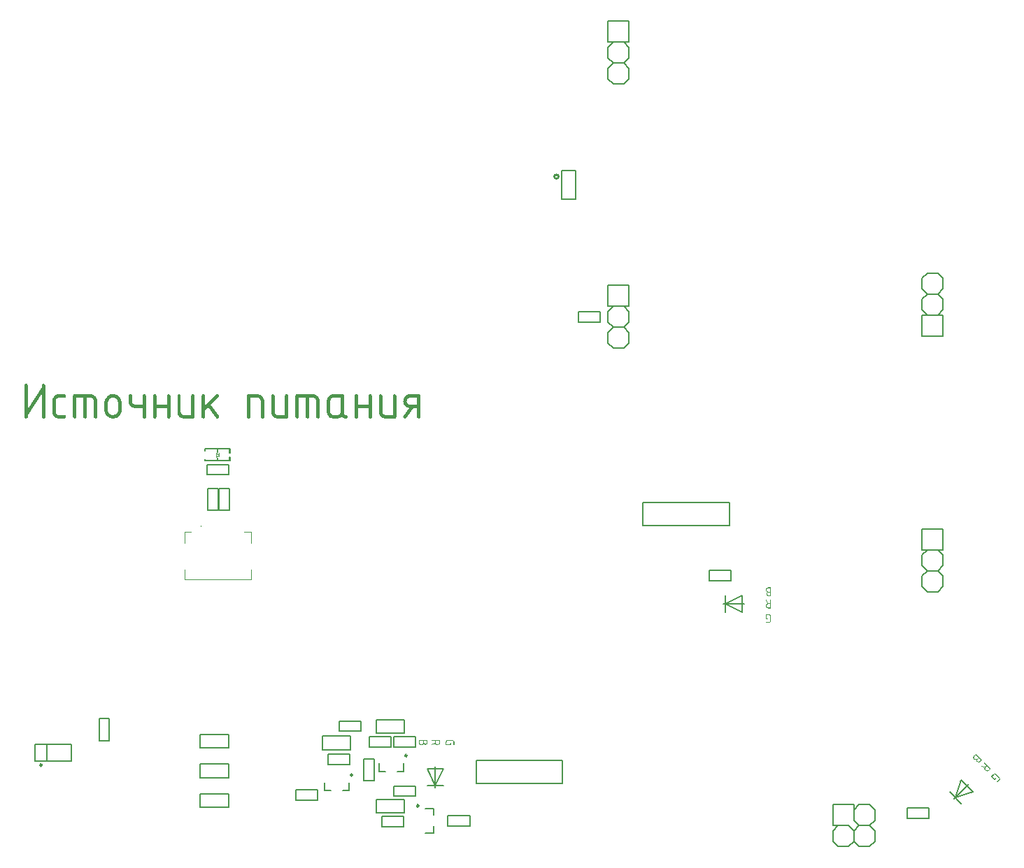
<source format=gto>
G04 Layer_Color=65535*
%FSLAX44Y44*%
%MOMM*%
G71*
G01*
G75*
%ADD38C,0.2000*%
%ADD39C,0.2540*%
%ADD40C,0.2500*%
%ADD41C,0.1000*%
%ADD42C,0.1500*%
G36*
X585268Y606380D02*
X585658Y606224D01*
X585971Y605912D01*
X586361Y605599D01*
X586595Y605052D01*
X586674Y604350D01*
Y579044D01*
Y578965D01*
Y578731D01*
X586595Y578419D01*
X586439Y578028D01*
X586127Y577638D01*
X585814Y577325D01*
X585268Y577091D01*
X584565Y577013D01*
X584252D01*
X583862Y577091D01*
X583549Y577247D01*
X583159Y577560D01*
X582768Y577872D01*
X582534Y578419D01*
X582456Y579122D01*
Y589666D01*
X569881D01*
Y579122D01*
Y579044D01*
Y578809D01*
X569803Y578419D01*
X569647Y578106D01*
X569334Y577716D01*
X569022Y577325D01*
X568475Y577091D01*
X567772Y577013D01*
X567460D01*
X567069Y577091D01*
X566757Y577247D01*
X566366Y577481D01*
X565976Y577872D01*
X565741Y578341D01*
X565663Y579044D01*
Y604350D01*
Y604428D01*
Y604662D01*
X565741Y605052D01*
X565898Y605443D01*
X566210Y605755D01*
X566522Y606146D01*
X567069Y606380D01*
X567772Y606458D01*
X568084D01*
X568475Y606380D01*
X568866Y606224D01*
X569178Y605912D01*
X569568Y605599D01*
X569803Y605052D01*
X569881Y604350D01*
Y593883D01*
X582456D01*
Y604350D01*
Y604428D01*
Y604662D01*
X582534Y605052D01*
X582690Y605443D01*
X583003Y605755D01*
X583315Y606146D01*
X583862Y606380D01*
X584565Y606458D01*
X584877D01*
X585268Y606380D01*
D02*
G37*
G36*
X341268D02*
X341658Y606224D01*
X341971Y605912D01*
X342361Y605599D01*
X342595Y605052D01*
X342673Y604350D01*
Y579044D01*
Y578965D01*
Y578731D01*
X342595Y578419D01*
X342439Y578028D01*
X342127Y577638D01*
X341814Y577325D01*
X341268Y577091D01*
X340565Y577013D01*
X340252D01*
X339862Y577091D01*
X339549Y577247D01*
X339159Y577560D01*
X338768Y577872D01*
X338534Y578419D01*
X338456Y579122D01*
Y589666D01*
X325881D01*
Y579122D01*
Y579044D01*
Y578809D01*
X325803Y578419D01*
X325647Y578106D01*
X325334Y577716D01*
X325022Y577325D01*
X324475Y577091D01*
X323772Y577013D01*
X323460D01*
X323069Y577091D01*
X322757Y577247D01*
X322366Y577481D01*
X321976Y577872D01*
X321741Y578341D01*
X321663Y579044D01*
Y604350D01*
Y604428D01*
Y604662D01*
X321741Y605052D01*
X321898Y605443D01*
X322210Y605755D01*
X322522Y606146D01*
X323069Y606380D01*
X323772Y606458D01*
X324085D01*
X324475Y606380D01*
X324866Y606224D01*
X325178Y605912D01*
X325569Y605599D01*
X325803Y605052D01*
X325881Y604350D01*
Y593883D01*
X338456D01*
Y604350D01*
Y604428D01*
Y604662D01*
X338534Y605052D01*
X338690Y605443D01*
X339003Y605755D01*
X339315Y606146D01*
X339862Y606380D01*
X340565Y606458D01*
X340877D01*
X341268Y606380D01*
D02*
G37*
G36*
X311822D02*
X312213Y606224D01*
X312525Y605912D01*
X312915Y605599D01*
X313150Y605052D01*
X313228Y604350D01*
Y579044D01*
Y578965D01*
Y578731D01*
X313150Y578419D01*
X312994Y578028D01*
X312681Y577638D01*
X312369Y577325D01*
X311822Y577091D01*
X311119Y577013D01*
X310807D01*
X310416Y577091D01*
X310104Y577247D01*
X309713Y577560D01*
X309323Y577872D01*
X309088Y578419D01*
X309010Y579122D01*
Y589666D01*
X300419D01*
X300028Y589744D01*
X299325Y589822D01*
X298544Y589978D01*
X297607Y590213D01*
X296592Y590681D01*
X295576Y591228D01*
X294639Y592009D01*
X294561Y592087D01*
X294248Y592478D01*
X293858Y592946D01*
X293467Y593649D01*
X292999Y594508D01*
X292608Y595524D01*
X292296Y596617D01*
X292218Y597867D01*
Y604350D01*
Y604428D01*
Y604662D01*
X292296Y605052D01*
X292452Y605443D01*
X292764Y605755D01*
X293077Y606146D01*
X293624Y606380D01*
X294326Y606458D01*
X294639D01*
X295030Y606380D01*
X295420Y606224D01*
X295732Y605912D01*
X296123Y605599D01*
X296357Y605052D01*
X296435Y604350D01*
Y598023D01*
Y597945D01*
Y597711D01*
X296514Y597398D01*
X296592Y597008D01*
X296748Y596539D01*
X296904Y596070D01*
X297216Y595524D01*
X297607Y595055D01*
X297685Y594977D01*
X297841Y594899D01*
X298076Y594664D01*
X298466Y594508D01*
X298857Y594274D01*
X299403Y594040D01*
X299950Y593962D01*
X300575Y593883D01*
X309010D01*
Y604350D01*
Y604428D01*
Y604662D01*
X309088Y605052D01*
X309245Y605443D01*
X309557Y605755D01*
X309869Y606146D01*
X310416Y606380D01*
X311119Y606458D01*
X311432D01*
X311822Y606380D01*
D02*
G37*
G36*
X400159D02*
X400549Y606224D01*
X400862Y605912D01*
X401252Y605599D01*
X401487Y605052D01*
X401565Y604350D01*
Y604193D01*
X401487Y603881D01*
X401330Y603334D01*
X400940Y602865D01*
X391723Y593571D01*
X401174Y580293D01*
X401252Y580215D01*
X401409Y579903D01*
X401487Y579512D01*
X401565Y579044D01*
Y578965D01*
Y578731D01*
X401487Y578419D01*
X401330Y578028D01*
X401018Y577638D01*
X400705Y577325D01*
X400159Y577091D01*
X399456Y577013D01*
X399300D01*
X398831Y577091D01*
X398284Y577403D01*
X397972Y577560D01*
X397738Y577872D01*
X388677Y590525D01*
X384772Y586620D01*
Y579044D01*
Y578965D01*
Y578731D01*
X384694Y578419D01*
X384538Y578028D01*
X384225Y577638D01*
X383913Y577325D01*
X383366Y577091D01*
X382663Y577013D01*
X382351D01*
X381960Y577091D01*
X381648Y577247D01*
X381257Y577481D01*
X380867Y577872D01*
X380633Y578341D01*
X380554Y579044D01*
Y604350D01*
Y604428D01*
Y604662D01*
X380633Y605052D01*
X380789Y605443D01*
X381101Y605755D01*
X381414Y606146D01*
X381960Y606380D01*
X382663Y606458D01*
X382976D01*
X383366Y606380D01*
X383757Y606224D01*
X384069Y605912D01*
X384460Y605599D01*
X384694Y605052D01*
X384772Y604350D01*
Y592634D01*
X397972Y605834D01*
X398050Y605912D01*
X398362Y606146D01*
X398831Y606380D01*
X399456Y606458D01*
X399768D01*
X400159Y606380D01*
D02*
G37*
G36*
X189822Y619033D02*
X190212Y618877D01*
X190525Y618565D01*
X190916Y618252D01*
X191150Y617705D01*
X191228Y617002D01*
Y579044D01*
Y578965D01*
Y578731D01*
X191150Y578419D01*
X190994Y578028D01*
X190681Y577638D01*
X190369Y577325D01*
X189822Y577091D01*
X189119Y577013D01*
X188807D01*
X188416Y577091D01*
X188104Y577247D01*
X187713Y577481D01*
X187323Y577872D01*
X187088Y578341D01*
X187010Y579044D01*
Y607083D01*
X170218Y581152D01*
Y581074D01*
Y580840D01*
Y580449D01*
Y579981D01*
X170140Y579044D01*
Y578731D01*
X170061Y578419D01*
Y578341D01*
X169983Y578184D01*
X169671Y577716D01*
X169437Y577481D01*
X169046Y577247D01*
X168656Y577091D01*
X168109Y577013D01*
X167796D01*
X167406Y577091D01*
X167094Y577247D01*
X166703Y577481D01*
X166312Y577872D01*
X166078Y578341D01*
X166000Y579044D01*
Y617002D01*
Y617081D01*
Y617315D01*
X166078Y617705D01*
X166234Y618096D01*
X166547Y618408D01*
X166859Y618799D01*
X167406Y619033D01*
X168109Y619111D01*
X168421D01*
X168812Y619033D01*
X169202Y618877D01*
X169515Y618565D01*
X169905Y618252D01*
X170140Y617705D01*
X170218Y617002D01*
Y588885D01*
X187010Y614816D01*
Y614894D01*
Y615206D01*
Y615597D01*
Y615987D01*
X187088Y616924D01*
Y617315D01*
X187167Y617627D01*
Y617705D01*
X187245Y617862D01*
X187557Y618408D01*
X187791Y618643D01*
X188104Y618877D01*
X188572Y619033D01*
X189119Y619111D01*
X189431D01*
X189822Y619033D01*
D02*
G37*
G36*
X614713Y606380D02*
X615104Y606224D01*
X615416Y605912D01*
X615807Y605599D01*
X616041Y605052D01*
X616119Y604350D01*
Y579044D01*
Y578965D01*
Y578731D01*
X616041Y578419D01*
X615885Y578028D01*
X615572Y577638D01*
X615260Y577325D01*
X614713Y577091D01*
X614010Y577013D01*
X603310D01*
X602919Y577091D01*
X602216Y577169D01*
X601435Y577325D01*
X600498Y577638D01*
X599483Y578028D01*
X598467Y578653D01*
X597530Y579434D01*
X597452Y579512D01*
X597140Y579903D01*
X596749Y580371D01*
X596358Y581074D01*
X595890Y581933D01*
X595499Y582949D01*
X595187Y584120D01*
X595109Y585370D01*
Y604350D01*
Y604428D01*
Y604662D01*
X595187Y605052D01*
X595343Y605443D01*
X595656Y605755D01*
X595968Y606146D01*
X596515Y606380D01*
X597218Y606458D01*
X597530D01*
X597921Y606380D01*
X598311Y606224D01*
X598624Y605912D01*
X599014Y605599D01*
X599248Y605052D01*
X599327Y604350D01*
Y585370D01*
Y585292D01*
Y585058D01*
X599405Y584745D01*
X599483Y584355D01*
X599639Y583886D01*
X599795Y583417D01*
X600108Y582871D01*
X600498Y582402D01*
X600576Y582324D01*
X600732Y582246D01*
X600967Y582011D01*
X601357Y581855D01*
X601748Y581621D01*
X602295Y581387D01*
X602841Y581309D01*
X603466Y581230D01*
X611901D01*
Y604350D01*
Y604428D01*
Y604662D01*
X611979Y605052D01*
X612136Y605443D01*
X612448Y605755D01*
X612761Y606146D01*
X613307Y606380D01*
X614010Y606458D01*
X614323D01*
X614713Y606380D01*
D02*
G37*
G36*
X484278D02*
X484668Y606224D01*
X484981Y605912D01*
X485371Y605599D01*
X485606Y605052D01*
X485684Y604350D01*
Y579044D01*
Y578965D01*
Y578731D01*
X485606Y578419D01*
X485449Y578028D01*
X485137Y577638D01*
X484825Y577325D01*
X484278Y577091D01*
X483575Y577013D01*
X472874D01*
X472484Y577091D01*
X471781Y577169D01*
X471000Y577325D01*
X470063Y577638D01*
X469047Y578028D01*
X468032Y578653D01*
X467095Y579434D01*
X467017Y579512D01*
X466704Y579903D01*
X466314Y580371D01*
X465923Y581074D01*
X465455Y581933D01*
X465064Y582949D01*
X464752Y584120D01*
X464674Y585370D01*
Y604350D01*
Y604428D01*
Y604662D01*
X464752Y605052D01*
X464908Y605443D01*
X465220Y605755D01*
X465533Y606146D01*
X466079Y606380D01*
X466782Y606458D01*
X467095D01*
X467485Y606380D01*
X467876Y606224D01*
X468188Y605912D01*
X468579Y605599D01*
X468813Y605052D01*
X468891Y604350D01*
Y585370D01*
Y585292D01*
Y585058D01*
X468969Y584745D01*
X469047Y584355D01*
X469204Y583886D01*
X469360Y583417D01*
X469672Y582871D01*
X470063Y582402D01*
X470141Y582324D01*
X470297Y582246D01*
X470531Y582011D01*
X470922Y581855D01*
X471312Y581621D01*
X471859Y581387D01*
X472406Y581309D01*
X473031Y581230D01*
X481466D01*
Y604350D01*
Y604428D01*
Y604662D01*
X481544Y605052D01*
X481700Y605443D01*
X482013Y605755D01*
X482325Y606146D01*
X482872Y606380D01*
X483575Y606458D01*
X483887D01*
X484278Y606380D01*
D02*
G37*
G36*
X370713D02*
X371104Y606224D01*
X371416Y605912D01*
X371807Y605599D01*
X372041Y605052D01*
X372119Y604350D01*
Y579044D01*
Y578965D01*
Y578731D01*
X372041Y578419D01*
X371885Y578028D01*
X371572Y577638D01*
X371260Y577325D01*
X370713Y577091D01*
X370010Y577013D01*
X359310D01*
X358919Y577091D01*
X358216Y577169D01*
X357435Y577325D01*
X356498Y577638D01*
X355483Y578028D01*
X354467Y578653D01*
X353530Y579434D01*
X353452Y579512D01*
X353140Y579903D01*
X352749Y580371D01*
X352359Y581074D01*
X351890Y581933D01*
X351499Y582949D01*
X351187Y584120D01*
X351109Y585370D01*
Y604350D01*
Y604428D01*
Y604662D01*
X351187Y605052D01*
X351343Y605443D01*
X351656Y605755D01*
X351968Y606146D01*
X352515Y606380D01*
X353218Y606458D01*
X353530D01*
X353921Y606380D01*
X354311Y606224D01*
X354624Y605912D01*
X355014Y605599D01*
X355248Y605052D01*
X355326Y604350D01*
Y585370D01*
Y585292D01*
Y585058D01*
X355405Y584745D01*
X355483Y584355D01*
X355639Y583886D01*
X355795Y583417D01*
X356108Y582871D01*
X356498Y582402D01*
X356576Y582324D01*
X356732Y582246D01*
X356967Y582011D01*
X357357Y581855D01*
X357748Y581621D01*
X358294Y581387D01*
X358841Y581309D01*
X359466Y581230D01*
X367901D01*
Y604350D01*
Y604428D01*
Y604662D01*
X367980Y605052D01*
X368136Y605443D01*
X368448Y605755D01*
X368761Y606146D01*
X369307Y606380D01*
X370010Y606458D01*
X370323D01*
X370713Y606380D01*
D02*
G37*
G36*
X644159D02*
X644549Y606224D01*
X644862Y605912D01*
X645252Y605599D01*
X645487Y605052D01*
X645565Y604350D01*
Y579044D01*
Y578965D01*
Y578731D01*
X645487Y578419D01*
X645330Y578028D01*
X645018Y577638D01*
X644706Y577325D01*
X644159Y577091D01*
X643456Y577013D01*
X643143D01*
X642753Y577091D01*
X642440Y577247D01*
X642050Y577560D01*
X641659Y577872D01*
X641425Y578419D01*
X641347Y579122D01*
Y589666D01*
X637051D01*
X628303Y577872D01*
X628225Y577716D01*
X627835Y577481D01*
X627288Y577169D01*
X626976Y577091D01*
X626585Y577013D01*
X626273D01*
X625960Y577091D01*
X625570Y577247D01*
X625179Y577560D01*
X624867Y577872D01*
X624633Y578419D01*
X624554Y579122D01*
Y579278D01*
X624633Y579512D01*
X624711Y579981D01*
X624867Y580371D01*
X631974Y589666D01*
X631818D01*
X631428Y589744D01*
X630881Y589900D01*
X630100Y590134D01*
X629241Y590525D01*
X628382Y590994D01*
X627522Y591618D01*
X626663Y592399D01*
X626585Y592478D01*
X626351Y592790D01*
X625960Y593337D01*
X625648Y593962D01*
X625257Y594821D01*
X624867Y595758D01*
X624633Y596851D01*
X624554Y598023D01*
Y598101D01*
Y598179D01*
X624633Y598648D01*
X624711Y599273D01*
X624867Y600054D01*
X625179Y600991D01*
X625570Y602006D01*
X626195Y603022D01*
X626976Y603959D01*
X627054Y604037D01*
X627444Y604350D01*
X627913Y604740D01*
X628616Y605209D01*
X629475Y605677D01*
X630490Y606068D01*
X631662Y606380D01*
X632912Y606458D01*
X643768D01*
X644159Y606380D01*
D02*
G37*
G36*
X551604D02*
X551995Y606224D01*
X552307Y605912D01*
X552698Y605599D01*
X552932Y605052D01*
X553010Y604350D01*
Y583261D01*
Y583183D01*
Y582949D01*
X553088Y582558D01*
X553245Y582246D01*
X553557Y581855D01*
X553869Y581465D01*
X554416Y581230D01*
X555119Y581152D01*
X555432D01*
X555822Y581074D01*
X556213Y580918D01*
X556525Y580606D01*
X556916Y580293D01*
X557150Y579746D01*
X557228Y579044D01*
Y578965D01*
Y578731D01*
X557150Y578419D01*
X556994Y578028D01*
X556681Y577638D01*
X556369Y577325D01*
X555822Y577091D01*
X555119Y577013D01*
X554650D01*
X554104Y577169D01*
X553401Y577325D01*
X552620Y577560D01*
X551839Y577950D01*
X551058Y578497D01*
X550277Y579200D01*
X550199Y579122D01*
X549886Y578887D01*
X549339Y578497D01*
X548714Y578106D01*
X547855Y577716D01*
X546918Y577325D01*
X545825Y577091D01*
X544575Y577013D01*
X540201D01*
X539810Y577091D01*
X539108Y577169D01*
X538326Y577325D01*
X537389Y577638D01*
X536374Y578028D01*
X535359Y578653D01*
X534421Y579434D01*
X534343Y579512D01*
X534031Y579903D01*
X533640Y580371D01*
X533250Y581074D01*
X532781Y581933D01*
X532391Y582949D01*
X532078Y584120D01*
X532000Y585370D01*
Y598023D01*
Y598101D01*
Y598179D01*
X532078Y598648D01*
X532156Y599273D01*
X532312Y600054D01*
X532625Y600991D01*
X533015Y602006D01*
X533640Y603022D01*
X534421Y603959D01*
X534499Y604037D01*
X534890Y604350D01*
X535359Y604740D01*
X536062Y605209D01*
X536921Y605677D01*
X537936Y606068D01*
X539108Y606380D01*
X540357Y606458D01*
X551214D01*
X551604Y606380D01*
D02*
G37*
G36*
X516457Y606302D02*
X517238Y606146D01*
X518175Y605834D01*
X519191Y605443D01*
X520206Y604818D01*
X521143Y603959D01*
X521222Y603881D01*
X521534Y603490D01*
X521925Y603022D01*
X522393Y602319D01*
X522862Y601460D01*
X523252Y600444D01*
X523565Y599273D01*
X523643Y598023D01*
Y579044D01*
Y578965D01*
Y578731D01*
X523565Y578419D01*
X523409Y578028D01*
X523096Y577638D01*
X522784Y577325D01*
X522237Y577091D01*
X521534Y577013D01*
X521222D01*
X520831Y577091D01*
X520519Y577247D01*
X520128Y577481D01*
X519738Y577872D01*
X519503Y578341D01*
X519425Y579044D01*
Y598023D01*
Y598101D01*
Y598335D01*
X519347Y598648D01*
X519269Y599038D01*
X519113Y599507D01*
X518878Y600054D01*
X518566Y600522D01*
X518175Y600991D01*
X518097Y601069D01*
X517941Y601225D01*
X517707Y601381D01*
X517316Y601616D01*
X516926Y601850D01*
X516379Y602085D01*
X515832Y602163D01*
X515207Y602241D01*
X510990D01*
Y579044D01*
Y578965D01*
Y578731D01*
X510912Y578419D01*
X510756Y578028D01*
X510443Y577638D01*
X510131Y577325D01*
X509584Y577091D01*
X508881Y577013D01*
X508568D01*
X508178Y577091D01*
X507866Y577247D01*
X507475Y577481D01*
X507085Y577872D01*
X506850Y578341D01*
X506772Y579044D01*
Y602241D01*
X498337D01*
Y579044D01*
Y578965D01*
Y578731D01*
X498259Y578419D01*
X498102Y578028D01*
X497790Y577638D01*
X497478Y577325D01*
X496931Y577091D01*
X496228Y577013D01*
X495915D01*
X495525Y577091D01*
X495213Y577247D01*
X494822Y577481D01*
X494431Y577872D01*
X494197Y578341D01*
X494119Y579044D01*
Y604350D01*
Y604428D01*
Y604662D01*
X494197Y605052D01*
X494353Y605443D01*
X494666Y605755D01*
X494978Y606146D01*
X495525Y606380D01*
X496228Y606458D01*
X515832D01*
X516457Y606302D01*
D02*
G37*
G36*
X449053D02*
X449834Y606146D01*
X450771Y605834D01*
X451786Y605443D01*
X452802Y604818D01*
X453739Y603959D01*
X453817Y603881D01*
X454129Y603490D01*
X454520Y603022D01*
X454989Y602319D01*
X455457Y601460D01*
X455848Y600444D01*
X456160Y599273D01*
X456238Y598023D01*
Y579044D01*
Y578965D01*
Y578731D01*
X456160Y578419D01*
X456004Y578028D01*
X455691Y577638D01*
X455379Y577325D01*
X454832Y577091D01*
X454129Y577013D01*
X453817D01*
X453426Y577091D01*
X453114Y577247D01*
X452724Y577481D01*
X452333Y577872D01*
X452099Y578341D01*
X452020Y579044D01*
Y598023D01*
Y598101D01*
Y598335D01*
X451942Y598648D01*
X451864Y599038D01*
X451708Y599507D01*
X451474Y600054D01*
X451161Y600522D01*
X450771Y600991D01*
X450693Y601069D01*
X450536Y601225D01*
X450302Y601381D01*
X449990Y601616D01*
X449521Y601850D01*
X449053Y602085D01*
X448428Y602163D01*
X447803Y602241D01*
X439446D01*
Y579044D01*
Y578965D01*
Y578731D01*
X439367Y578419D01*
X439211Y578028D01*
X438899Y577638D01*
X438586Y577325D01*
X438040Y577091D01*
X437337Y577013D01*
X437024D01*
X436634Y577091D01*
X436321Y577247D01*
X435931Y577481D01*
X435540Y577872D01*
X435306Y578341D01*
X435228Y579044D01*
Y604350D01*
Y604428D01*
Y604662D01*
X435306Y605052D01*
X435462Y605443D01*
X435697Y605755D01*
X436087Y606146D01*
X436556Y606380D01*
X437259Y606458D01*
X448428D01*
X449053Y606302D01*
D02*
G37*
G36*
X274019Y606380D02*
X274800Y606302D01*
X275816Y606068D01*
X277065Y605755D01*
X278315Y605209D01*
X279565Y604428D01*
X280736Y603412D01*
X280893Y603256D01*
X281205Y602865D01*
X281674Y602241D01*
X282298Y601303D01*
X282845Y600210D01*
X283314Y598960D01*
X283626Y597554D01*
X283782Y595914D01*
Y587479D01*
Y587401D01*
Y587323D01*
Y587088D01*
X283704Y586776D01*
X283626Y585917D01*
X283392Y584901D01*
X283001Y583730D01*
X282455Y582480D01*
X281674Y581230D01*
X280658Y580059D01*
X280502Y579903D01*
X280111Y579590D01*
X279487Y579122D01*
X278627Y578575D01*
X277534Y577950D01*
X276284Y577481D01*
X274800Y577169D01*
X273238Y577013D01*
X272848D01*
X272535Y577091D01*
X271676Y577169D01*
X270661Y577403D01*
X269489Y577794D01*
X268239Y578262D01*
X266990Y579044D01*
X265818Y580059D01*
X265662Y580215D01*
X265350Y580606D01*
X264881Y581230D01*
X264334Y582168D01*
X263709Y583183D01*
X263241Y584511D01*
X262928Y585917D01*
X262772Y587479D01*
Y595914D01*
Y595992D01*
Y596148D01*
Y596305D01*
X262850Y596617D01*
X262928Y597476D01*
X263163Y598492D01*
X263553Y599663D01*
X264022Y600913D01*
X264803Y602163D01*
X265818Y603334D01*
X265974Y603490D01*
X266365Y603803D01*
X266990Y604350D01*
X267927Y604896D01*
X268942Y605443D01*
X270270Y605990D01*
X271676Y606302D01*
X273238Y606458D01*
X273707D01*
X274019Y606380D01*
D02*
G37*
G36*
X247229Y606302D02*
X248010Y606146D01*
X248948Y605834D01*
X249963Y605443D01*
X250978Y604818D01*
X251915Y603959D01*
X251994Y603881D01*
X252306Y603490D01*
X252696Y603022D01*
X253165Y602319D01*
X253634Y601460D01*
X254024Y600444D01*
X254337Y599273D01*
X254415Y598023D01*
Y579044D01*
Y578965D01*
Y578731D01*
X254337Y578419D01*
X254181Y578028D01*
X253868Y577638D01*
X253556Y577325D01*
X253009Y577091D01*
X252306Y577013D01*
X251994D01*
X251603Y577091D01*
X251291Y577247D01*
X250900Y577481D01*
X250510Y577872D01*
X250275Y578341D01*
X250197Y579044D01*
Y598023D01*
Y598101D01*
Y598335D01*
X250119Y598648D01*
X250041Y599038D01*
X249885Y599507D01*
X249650Y600054D01*
X249338Y600522D01*
X248948Y600991D01*
X248869Y601069D01*
X248713Y601225D01*
X248479Y601381D01*
X248088Y601616D01*
X247698Y601850D01*
X247151Y602085D01*
X246604Y602163D01*
X245979Y602241D01*
X241762D01*
Y579044D01*
Y578965D01*
Y578731D01*
X241684Y578419D01*
X241528Y578028D01*
X241215Y577638D01*
X240903Y577325D01*
X240356Y577091D01*
X239653Y577013D01*
X239341D01*
X238950Y577091D01*
X238638Y577247D01*
X238247Y577481D01*
X237857Y577872D01*
X237622Y578341D01*
X237544Y579044D01*
Y602241D01*
X229109D01*
Y579044D01*
Y578965D01*
Y578731D01*
X229031Y578419D01*
X228874Y578028D01*
X228562Y577638D01*
X228250Y577325D01*
X227703Y577091D01*
X227000Y577013D01*
X226688D01*
X226297Y577091D01*
X225985Y577247D01*
X225594Y577481D01*
X225204Y577872D01*
X224969Y578341D01*
X224891Y579044D01*
Y604350D01*
Y604428D01*
Y604662D01*
X224969Y605052D01*
X225126Y605443D01*
X225438Y605755D01*
X225750Y606146D01*
X226297Y606380D01*
X227000Y606458D01*
X246604D01*
X247229Y606302D01*
D02*
G37*
G36*
X215050Y606380D02*
X215441Y606224D01*
X215753Y605912D01*
X216143Y605599D01*
X216378Y605052D01*
X216456Y604350D01*
Y604271D01*
Y604037D01*
X216378Y603647D01*
X216222Y603334D01*
X215909Y602944D01*
X215597Y602553D01*
X215050Y602319D01*
X214347Y602241D01*
X207708D01*
X207396Y602163D01*
X207005Y602085D01*
X206537Y601928D01*
X206068Y601694D01*
X205521Y601381D01*
X205053Y600991D01*
X204974Y600913D01*
X204896Y600757D01*
X204662Y600522D01*
X204506Y600132D01*
X204271Y599741D01*
X204037Y599195D01*
X203959Y598648D01*
X203881Y598023D01*
Y585370D01*
Y585292D01*
Y585058D01*
X203959Y584745D01*
X204037Y584355D01*
X204193Y583886D01*
X204350Y583417D01*
X204662Y582871D01*
X205053Y582402D01*
X205131Y582324D01*
X205287Y582246D01*
X205521Y582011D01*
X205912Y581855D01*
X206302Y581621D01*
X206849Y581387D01*
X207396Y581309D01*
X208020Y581230D01*
X214659D01*
X215050Y581152D01*
X215441Y580996D01*
X215753Y580684D01*
X216143Y580371D01*
X216378Y579824D01*
X216456Y579122D01*
Y579044D01*
Y578809D01*
X216378Y578419D01*
X216222Y578106D01*
X215909Y577716D01*
X215597Y577325D01*
X215050Y577091D01*
X214347Y577013D01*
X207864D01*
X207474Y577091D01*
X206771Y577169D01*
X205990Y577325D01*
X205053Y577638D01*
X204037Y578028D01*
X203022Y578653D01*
X202085Y579434D01*
X202006Y579512D01*
X201694Y579903D01*
X201304Y580371D01*
X200913Y581074D01*
X200444Y581933D01*
X200054Y582949D01*
X199741Y584120D01*
X199663Y585370D01*
Y598023D01*
Y598101D01*
Y598179D01*
X199741Y598648D01*
X199820Y599273D01*
X199976Y600054D01*
X200288Y600991D01*
X200679Y602006D01*
X201304Y603022D01*
X202085Y603959D01*
X202163Y604037D01*
X202553Y604350D01*
X203022Y604740D01*
X203725Y605209D01*
X204584Y605677D01*
X205599Y606068D01*
X206771Y606380D01*
X208020Y606458D01*
X214659D01*
X215050Y606380D01*
D02*
G37*
G36*
X1069440Y372308D02*
X1069537Y372269D01*
X1069635Y372210D01*
X1069713Y372113D01*
X1069771Y371996D01*
X1069791Y371820D01*
Y362262D01*
X1069771Y362164D01*
X1069732Y362067D01*
X1069674Y361989D01*
X1069576Y361891D01*
X1069459Y361833D01*
X1069284Y361813D01*
X1066533D01*
X1066455Y361833D01*
X1066260Y361852D01*
X1066006Y361911D01*
X1065694Y361989D01*
X1065382Y362125D01*
X1065070Y362320D01*
X1064778Y362574D01*
X1064738Y362613D01*
X1064660Y362710D01*
X1064543Y362866D01*
X1064387Y363101D01*
X1064251Y363374D01*
X1064134Y363686D01*
X1064056Y364037D01*
X1064017Y364446D01*
Y364563D01*
X1064036Y364661D01*
X1064075Y364895D01*
X1064134Y365168D01*
X1064251Y365500D01*
X1064426Y365851D01*
X1064543Y366007D01*
X1064660Y366183D01*
X1064817Y366339D01*
X1064992Y366495D01*
X1064973Y366514D01*
X1064934Y366534D01*
X1064855Y366592D01*
X1064758Y366670D01*
X1064641Y366748D01*
X1064524Y366865D01*
X1064387Y367002D01*
X1064231Y367158D01*
X1064095Y367353D01*
X1063958Y367548D01*
X1063841Y367763D01*
X1063724Y368016D01*
X1063627Y368270D01*
X1063549Y368563D01*
X1063510Y368855D01*
X1063490Y369187D01*
Y369304D01*
X1063510Y369401D01*
Y369518D01*
X1063529Y369655D01*
X1063607Y369948D01*
X1063724Y370299D01*
X1063880Y370669D01*
X1064114Y371059D01*
X1064270Y371235D01*
X1064426Y371411D01*
X1064446D01*
X1064465Y371450D01*
X1064524Y371489D01*
X1064582Y371547D01*
X1064778Y371703D01*
X1065051Y371859D01*
X1065363Y372035D01*
X1065753Y372191D01*
X1066182Y372288D01*
X1066416Y372308D01*
X1066650Y372327D01*
X1069362D01*
X1069440Y372308D01*
D02*
G37*
G36*
Y357308D02*
X1069518Y357269D01*
X1069615Y357210D01*
X1069713Y357113D01*
X1069771Y356996D01*
X1069791Y356820D01*
Y347262D01*
X1069771Y347164D01*
X1069732Y347067D01*
X1069674Y346989D01*
X1069576Y346891D01*
X1069459Y346833D01*
X1069284Y346813D01*
X1066514D01*
X1066436Y346833D01*
X1066319D01*
X1066182Y346852D01*
X1065889Y346930D01*
X1065538Y347047D01*
X1065168Y347203D01*
X1064778Y347437D01*
X1064602Y347593D01*
X1064426Y347749D01*
X1064407Y347769D01*
X1064387Y347788D01*
X1064348Y347847D01*
X1064270Y347905D01*
X1064134Y348101D01*
X1063958Y348374D01*
X1063783Y348686D01*
X1063627Y349076D01*
X1063529Y349505D01*
X1063510Y349739D01*
X1063490Y349973D01*
Y350071D01*
X1063510Y350188D01*
Y350324D01*
X1063549Y350500D01*
X1063588Y350695D01*
X1063646Y350929D01*
X1063724Y351163D01*
X1063822Y351397D01*
X1063958Y351651D01*
X1064095Y351885D01*
X1064290Y352119D01*
X1064504Y352353D01*
X1064758Y352568D01*
X1065051Y352743D01*
X1065382Y352899D01*
X1063549Y356567D01*
X1063529Y356586D01*
X1063510Y356645D01*
X1063490Y356723D01*
Y356859D01*
X1063510Y356937D01*
X1063568Y357054D01*
X1063666Y357171D01*
X1063685Y357191D01*
X1063763Y357249D01*
X1063880Y357308D01*
X1064017Y357327D01*
X1064075D01*
X1064192Y357288D01*
X1064290Y357249D01*
X1064368Y357210D01*
X1064446Y357132D01*
X1064504Y357035D01*
X1066455Y353133D01*
X1066475D01*
X1066514Y353114D01*
X1068737D01*
Y356879D01*
X1068757Y356976D01*
X1068796Y357054D01*
X1068874Y357152D01*
X1068952Y357249D01*
X1069089Y357308D01*
X1069264Y357327D01*
X1069342D01*
X1069440Y357308D01*
D02*
G37*
G36*
X1067352Y339808D02*
X1067567Y339788D01*
X1067821Y339730D01*
X1068113Y339632D01*
X1068425Y339515D01*
X1068737Y339320D01*
X1069030Y339067D01*
X1069069Y339028D01*
X1069147Y338930D01*
X1069264Y338774D01*
X1069401Y338540D01*
X1069557Y338286D01*
X1069674Y337955D01*
X1069752Y337604D01*
X1069791Y337213D01*
Y331849D01*
X1069771Y331771D01*
X1069752Y331556D01*
X1069693Y331303D01*
X1069596Y331010D01*
X1069479Y330698D01*
X1069284Y330386D01*
X1069030Y330093D01*
X1068991Y330054D01*
X1068894Y329976D01*
X1068737Y329840D01*
X1068503Y329703D01*
X1068250Y329567D01*
X1067918Y329430D01*
X1067567Y329352D01*
X1067177Y329313D01*
X1063939D01*
X1063841Y329333D01*
X1063744Y329372D01*
X1063666Y329450D01*
X1063568Y329528D01*
X1063510Y329664D01*
X1063490Y329840D01*
Y329918D01*
X1063510Y330015D01*
X1063549Y330093D01*
X1063627Y330191D01*
X1063705Y330288D01*
X1063841Y330347D01*
X1064017Y330366D01*
X1067294D01*
X1067411Y330386D01*
X1067567Y330425D01*
X1067743Y330484D01*
X1067918Y330561D01*
X1068113Y330678D01*
X1068289Y330835D01*
X1068308Y330854D01*
X1068367Y330913D01*
X1068425Y331010D01*
X1068503Y331147D01*
X1068601Y331303D01*
X1068659Y331498D01*
X1068718Y331712D01*
X1068737Y331946D01*
Y337331D01*
X1068718Y337448D01*
X1068679Y337604D01*
X1068620Y337779D01*
X1068542Y337955D01*
X1068445Y338150D01*
X1068289Y338325D01*
X1068269Y338345D01*
X1068211Y338403D01*
X1068113Y338462D01*
X1067977Y338540D01*
X1067821Y338638D01*
X1067626Y338696D01*
X1067411Y338755D01*
X1067177Y338774D01*
X1064543D01*
Y334580D01*
X1065675D01*
X1065772Y334561D01*
X1065850Y334521D01*
X1065948Y334443D01*
X1066046Y334365D01*
X1066104Y334229D01*
X1066124Y334053D01*
Y333975D01*
X1066104Y333878D01*
X1066065Y333780D01*
X1065987Y333702D01*
X1065909Y333605D01*
X1065772Y333546D01*
X1065597Y333527D01*
X1063939D01*
X1063841Y333546D01*
X1063744Y333585D01*
X1063666Y333663D01*
X1063568Y333741D01*
X1063510Y333878D01*
X1063490Y334053D01*
Y339398D01*
X1063510Y339476D01*
X1063549Y339574D01*
X1063627Y339671D01*
X1063705Y339749D01*
X1063841Y339808D01*
X1064017Y339827D01*
X1067274D01*
X1067352Y339808D01*
D02*
G37*
G36*
X653663Y187481D02*
X653761Y187442D01*
X653839Y187383D01*
X653936Y187285D01*
X653995Y187169D01*
X654014Y186993D01*
Y184242D01*
X653995Y184164D01*
X653975Y183969D01*
X653917Y183716D01*
X653839Y183404D01*
X653702Y183092D01*
X653507Y182779D01*
X653254Y182487D01*
X653214Y182448D01*
X653117Y182370D01*
X652961Y182253D01*
X652727Y182097D01*
X652454Y181960D01*
X652142Y181843D01*
X651790Y181765D01*
X651381Y181726D01*
X651264D01*
X651166Y181745D01*
X650932Y181784D01*
X650659Y181843D01*
X650328Y181960D01*
X649976Y182136D01*
X649820Y182253D01*
X649645Y182370D01*
X649489Y182526D01*
X649333Y182701D01*
X649313Y182682D01*
X649294Y182643D01*
X649235Y182565D01*
X649157Y182467D01*
X649079Y182350D01*
X648962Y182233D01*
X648825Y182097D01*
X648669Y181940D01*
X648474Y181804D01*
X648279Y181667D01*
X648065Y181550D01*
X647811Y181433D01*
X647558Y181336D01*
X647265Y181258D01*
X646972Y181219D01*
X646641Y181199D01*
X646524D01*
X646426Y181219D01*
X646309D01*
X646172Y181238D01*
X645880Y181316D01*
X645529Y181433D01*
X645158Y181589D01*
X644768Y181824D01*
X644592Y181980D01*
X644417Y182136D01*
Y182155D01*
X644378Y182175D01*
X644339Y182233D01*
X644280Y182292D01*
X644124Y182487D01*
X643968Y182760D01*
X643793Y183072D01*
X643636Y183462D01*
X643539Y183891D01*
X643520Y184125D01*
X643500Y184359D01*
Y187071D01*
X643520Y187149D01*
X643559Y187246D01*
X643617Y187344D01*
X643715Y187422D01*
X643832Y187481D01*
X644007Y187500D01*
X653566D01*
X653663Y187481D01*
D02*
G37*
G36*
X684056D02*
X684271Y187461D01*
X684525Y187402D01*
X684817Y187305D01*
X685129Y187188D01*
X685441Y186993D01*
X685734Y186739D01*
X685773Y186700D01*
X685851Y186603D01*
X685988Y186447D01*
X686124Y186213D01*
X686261Y185959D01*
X686397Y185627D01*
X686475Y185276D01*
X686514Y184886D01*
Y181648D01*
X686495Y181550D01*
X686456Y181453D01*
X686378Y181375D01*
X686300Y181277D01*
X686163Y181219D01*
X685988Y181199D01*
X685910D01*
X685812Y181219D01*
X685734Y181258D01*
X685637Y181336D01*
X685539Y181414D01*
X685480Y181550D01*
X685461Y181726D01*
Y185003D01*
X685441Y185120D01*
X685402Y185276D01*
X685344Y185452D01*
X685266Y185627D01*
X685149Y185823D01*
X684993Y185998D01*
X684973Y186017D01*
X684915Y186076D01*
X684817Y186135D01*
X684681Y186213D01*
X684525Y186310D01*
X684330Y186369D01*
X684115Y186427D01*
X683881Y186447D01*
X678497D01*
X678380Y186427D01*
X678224Y186388D01*
X678048Y186330D01*
X677873Y186252D01*
X677678Y186154D01*
X677502Y185998D01*
X677483Y185979D01*
X677424Y185920D01*
X677365Y185823D01*
X677287Y185686D01*
X677190Y185530D01*
X677131Y185335D01*
X677073Y185120D01*
X677053Y184886D01*
Y182253D01*
X681247D01*
Y183384D01*
X681267Y183482D01*
X681306Y183560D01*
X681384Y183657D01*
X681462Y183755D01*
X681599Y183813D01*
X681774Y183833D01*
X681852D01*
X681950Y183813D01*
X682047Y183774D01*
X682125Y183696D01*
X682223Y183618D01*
X682281Y183482D01*
X682301Y183306D01*
Y181648D01*
X682281Y181550D01*
X682242Y181453D01*
X682164Y181375D01*
X682086Y181277D01*
X681950Y181219D01*
X681774Y181199D01*
X676429D01*
X676351Y181219D01*
X676254Y181258D01*
X676156Y181336D01*
X676078Y181414D01*
X676020Y181550D01*
X676000Y181726D01*
Y184984D01*
X676020Y185062D01*
X676039Y185276D01*
X676097Y185530D01*
X676195Y185823D01*
X676312Y186135D01*
X676507Y186447D01*
X676761Y186739D01*
X676800Y186778D01*
X676897Y186856D01*
X677053Y186973D01*
X677287Y187110D01*
X677541Y187266D01*
X677873Y187383D01*
X678224Y187461D01*
X678614Y187500D01*
X683978D01*
X684056Y187481D01*
D02*
G37*
G36*
X668663D02*
X668761Y187442D01*
X668839Y187383D01*
X668936Y187285D01*
X668995Y187169D01*
X669014Y186993D01*
Y184223D01*
X668995Y184145D01*
Y184028D01*
X668975Y183891D01*
X668897Y183599D01*
X668780Y183248D01*
X668624Y182877D01*
X668390Y182487D01*
X668234Y182311D01*
X668078Y182136D01*
X668058Y182116D01*
X668039Y182097D01*
X667980Y182058D01*
X667922Y181980D01*
X667727Y181843D01*
X667454Y181667D01*
X667142Y181492D01*
X666751Y181336D01*
X666322Y181238D01*
X666088Y181219D01*
X665854Y181199D01*
X665757D01*
X665640Y181219D01*
X665503D01*
X665328Y181258D01*
X665132Y181297D01*
X664898Y181355D01*
X664664Y181433D01*
X664430Y181531D01*
X664176Y181667D01*
X663942Y181804D01*
X663708Y181999D01*
X663474Y182214D01*
X663260Y182467D01*
X663084Y182760D01*
X662928Y183092D01*
X659261Y181258D01*
X659241Y181238D01*
X659183Y181219D01*
X659105Y181199D01*
X658968D01*
X658890Y181219D01*
X658773Y181277D01*
X658656Y181375D01*
X658636Y181394D01*
X658578Y181472D01*
X658520Y181589D01*
X658500Y181726D01*
Y181784D01*
X658539Y181901D01*
X658578Y181999D01*
X658617Y182077D01*
X658695Y182155D01*
X658793Y182214D01*
X662694Y184164D01*
Y184184D01*
X662713Y184223D01*
Y186447D01*
X658949D01*
X658851Y186466D01*
X658773Y186505D01*
X658676Y186583D01*
X658578Y186661D01*
X658520Y186798D01*
X658500Y186973D01*
Y187051D01*
X658520Y187149D01*
X658559Y187227D01*
X658617Y187325D01*
X658715Y187422D01*
X658832Y187481D01*
X659007Y187500D01*
X668566D01*
X668663Y187481D01*
D02*
G37*
G36*
X1317775Y170571D02*
X1317899Y170529D01*
X1318037Y170419D01*
X1324740Y163715D01*
X1324754Y163701D01*
X1324796Y163660D01*
X1324851Y163577D01*
X1324892Y163481D01*
X1324906Y163384D01*
Y163246D01*
X1324865Y163122D01*
X1324754Y162984D01*
X1322892Y161122D01*
X1322878Y161108D01*
X1322851Y161080D01*
X1322809Y161039D01*
X1322740Y160998D01*
X1322589Y160874D01*
X1322368Y160736D01*
X1322092Y160570D01*
X1321775Y160446D01*
X1321416Y160363D01*
X1321030Y160336D01*
X1320975D01*
X1320851Y160349D01*
X1320658Y160377D01*
X1320382Y160432D01*
X1320092Y160529D01*
X1319789Y160667D01*
X1319485Y160860D01*
X1319168Y161122D01*
X1319154Y161136D01*
X1319126Y161163D01*
X1319085Y161205D01*
X1319030Y161287D01*
X1318892Y161481D01*
X1318740Y161715D01*
X1318589Y162032D01*
X1318464Y162405D01*
X1318437Y162598D01*
X1318395Y162805D01*
Y163025D01*
X1318409Y163260D01*
X1318382D01*
X1318340Y163246D01*
X1318244Y163232D01*
X1318120Y163218D01*
X1317982Y163191D01*
X1317402D01*
X1317168Y163232D01*
X1316933Y163274D01*
X1316699Y163343D01*
X1316437Y163439D01*
X1316188Y163550D01*
X1315926Y163701D01*
X1315692Y163881D01*
X1315444Y164101D01*
X1315430Y164115D01*
X1315402Y164143D01*
X1315361Y164184D01*
X1315306Y164267D01*
X1315223Y164350D01*
X1315140Y164460D01*
X1314988Y164722D01*
X1314823Y165053D01*
X1314671Y165425D01*
X1314561Y165867D01*
X1314547Y166101D01*
X1314533Y166336D01*
X1314547Y166350D01*
X1314533Y166391D01*
X1314547Y166460D01*
Y166543D01*
X1314575Y166791D01*
X1314657Y167095D01*
X1314754Y167439D01*
X1314919Y167826D01*
X1315154Y168198D01*
X1315306Y168377D01*
X1315457Y168557D01*
X1317319Y170419D01*
X1317333Y170433D01*
X1317375Y170474D01*
X1317444Y170515D01*
X1317540Y170557D01*
X1317651Y170584D01*
X1317775Y170571D01*
D02*
G37*
G36*
X1328505Y159923D02*
X1328643Y159812D01*
X1335347Y153109D01*
X1335361Y153095D01*
X1335402Y153053D01*
X1335457Y152971D01*
X1335499Y152874D01*
X1335513Y152778D01*
Y152640D01*
X1335471Y152515D01*
X1335361Y152377D01*
X1333499Y150515D01*
X1333485Y150501D01*
X1333457Y150474D01*
X1333402Y150419D01*
X1333333Y150377D01*
X1333250Y150295D01*
X1333140Y150212D01*
X1332878Y150060D01*
X1332547Y149895D01*
X1332175Y149743D01*
X1331733Y149633D01*
X1331499Y149619D01*
X1331264Y149605D01*
X1331209D01*
X1331140Y149619D01*
X1331044Y149605D01*
X1330809Y149646D01*
X1330492Y149715D01*
X1330147Y149812D01*
X1329761Y149977D01*
X1329388Y150212D01*
X1329209Y150364D01*
X1329030Y150515D01*
X1329016Y150529D01*
X1328961Y150584D01*
X1328892Y150681D01*
X1328795Y150777D01*
X1328699Y150929D01*
X1328588Y151095D01*
X1328464Y151302D01*
X1328354Y151522D01*
X1328257Y151757D01*
X1328174Y152033D01*
X1328105Y152295D01*
X1328078Y152598D01*
X1328064Y152915D01*
X1328092Y153246D01*
X1328174Y153577D01*
X1328298Y153922D01*
X1324409Y155219D01*
X1324381D01*
X1324326Y155246D01*
X1324257Y155288D01*
X1324188Y155357D01*
X1324160Y155385D01*
X1324119Y155453D01*
X1324078Y155578D01*
X1324064Y155729D01*
Y155757D01*
X1324078Y155854D01*
X1324119Y155978D01*
X1324202Y156088D01*
X1324216Y156102D01*
X1324243Y156129D01*
X1324353Y156185D01*
X1324450Y156226D01*
X1324533Y156253D01*
X1324643D01*
X1324754Y156226D01*
X1328892Y154846D01*
X1328905Y154860D01*
X1328947Y154874D01*
X1328988Y154916D01*
X1329043Y154971D01*
X1330519Y156447D01*
X1327912Y159054D01*
X1327899Y159067D01*
X1327857Y159109D01*
X1327802Y159192D01*
X1327774Y159274D01*
X1327761Y159398D01*
X1327747Y159523D01*
X1327802Y159661D01*
X1327912Y159798D01*
X1327926Y159812D01*
X1327968Y159854D01*
X1328050Y159909D01*
X1328133Y159936D01*
X1328243Y159964D01*
X1328381D01*
X1328505Y159923D01*
D02*
G37*
G36*
X1340838Y146707D02*
X1341031Y146679D01*
X1341294Y146610D01*
X1341583Y146541D01*
X1341900Y146390D01*
X1342204Y146196D01*
X1342507Y145948D01*
X1346232Y142224D01*
X1346246Y142210D01*
X1346273Y142183D01*
X1346301Y142155D01*
X1346342Y142086D01*
X1346480Y141920D01*
X1346618Y141700D01*
X1346756Y141424D01*
X1346894Y141120D01*
X1346977Y140762D01*
X1347004Y140375D01*
Y140320D01*
X1346990Y140196D01*
X1346977Y139989D01*
X1346908Y139727D01*
X1346825Y139451D01*
X1346687Y139120D01*
X1346494Y138817D01*
X1346246Y138513D01*
X1344011Y136279D01*
X1343997Y136265D01*
X1343956Y136224D01*
X1343873Y136168D01*
X1343777Y136127D01*
X1343666D01*
X1343542Y136113D01*
X1343404Y136168D01*
X1343266Y136279D01*
X1343252Y136293D01*
X1343211Y136334D01*
X1343156Y136417D01*
X1343128Y136500D01*
X1343114Y136624D01*
X1343101Y136748D01*
X1343156Y136886D01*
X1343266Y137024D01*
X1345501Y139258D01*
X1345515Y139272D01*
X1345583Y139341D01*
X1345652Y139438D01*
X1345735Y139576D01*
X1345818Y139741D01*
X1345887Y139920D01*
X1345942Y140141D01*
X1345956Y140375D01*
Y140403D01*
Y140486D01*
X1345928Y140596D01*
X1345887Y140748D01*
X1345845Y140927D01*
X1345749Y141107D01*
X1345639Y141300D01*
X1345487Y141479D01*
X1341763Y145203D01*
X1341749Y145217D01*
X1341680Y145286D01*
X1341583Y145355D01*
X1341445Y145438D01*
X1341280Y145520D01*
X1341100Y145590D01*
X1340894Y145659D01*
X1340659Y145672D01*
X1340549D01*
X1340438Y145645D01*
X1340287Y145603D01*
X1340107Y145562D01*
X1339928Y145465D01*
X1339735Y145355D01*
X1339556Y145203D01*
X1337693Y143341D01*
X1340659Y140375D01*
X1341404Y141120D01*
X1341418Y141134D01*
X1341459Y141175D01*
X1341542Y141231D01*
X1341625Y141258D01*
X1341749Y141272D01*
X1341873Y141286D01*
X1342011Y141231D01*
X1342149Y141120D01*
X1342163Y141107D01*
X1342204Y141065D01*
X1342259Y140982D01*
X1342301Y140886D01*
Y140775D01*
X1342314Y140651D01*
X1342259Y140513D01*
X1342149Y140375D01*
X1341031Y139258D01*
X1341018Y139244D01*
X1340976Y139203D01*
X1340894Y139148D01*
X1340797Y139107D01*
X1340687D01*
X1340562Y139093D01*
X1340425Y139148D01*
X1340287Y139258D01*
X1336562Y142983D01*
X1336549Y142996D01*
X1336507Y143038D01*
X1336466Y143107D01*
X1336424Y143203D01*
X1336411Y143327D01*
Y143438D01*
X1336466Y143576D01*
X1336576Y143714D01*
X1338811Y145948D01*
X1338824Y145962D01*
X1338838Y145976D01*
X1338880Y146017D01*
X1338949Y146059D01*
X1339114Y146196D01*
X1339335Y146334D01*
X1339611Y146472D01*
X1339914Y146610D01*
X1340273Y146693D01*
X1340659Y146721D01*
X1340714D01*
X1340838Y146707D01*
D02*
G37*
%LPC*%
G36*
X641347Y602241D02*
X632599D01*
X632287Y602163D01*
X631896Y602085D01*
X631428Y601928D01*
X630959Y601694D01*
X630412Y601381D01*
X629944Y600991D01*
X629866Y600913D01*
X629787Y600757D01*
X629553Y600522D01*
X629397Y600132D01*
X629163Y599741D01*
X628928Y599195D01*
X628850Y598648D01*
X628772Y598023D01*
Y597945D01*
Y597711D01*
X628850Y597398D01*
X628928Y597008D01*
X629085Y596539D01*
X629241Y596070D01*
X629553Y595524D01*
X629944Y595055D01*
X630022Y594977D01*
X630178Y594899D01*
X630412Y594664D01*
X630803Y594508D01*
X631193Y594274D01*
X631740Y594040D01*
X632287Y593962D01*
X632912Y593883D01*
X641347D01*
Y602241D01*
D02*
G37*
G36*
X548793D02*
X540045D01*
X539732Y602163D01*
X539342Y602085D01*
X538873Y601928D01*
X538405Y601694D01*
X537858Y601381D01*
X537389Y600991D01*
X537311Y600913D01*
X537233Y600757D01*
X536999Y600522D01*
X536842Y600132D01*
X536608Y599741D01*
X536374Y599195D01*
X536296Y598648D01*
X536218Y598023D01*
Y585370D01*
Y585292D01*
Y585058D01*
X536296Y584745D01*
X536374Y584355D01*
X536530Y583886D01*
X536686Y583417D01*
X536999Y582871D01*
X537389Y582402D01*
X537467Y582324D01*
X537624Y582246D01*
X537858Y582011D01*
X538248Y581855D01*
X538639Y581621D01*
X539186Y581387D01*
X539732Y581309D01*
X540357Y581230D01*
X544887D01*
X545200Y581309D01*
X545590Y581387D01*
X546059Y581543D01*
X546528Y581699D01*
X547074Y582011D01*
X547543Y582402D01*
X547621Y582480D01*
X547777Y582636D01*
X547933Y582871D01*
X548168Y583261D01*
X548402Y583652D01*
X548636Y584198D01*
X548714Y584745D01*
X548793Y585370D01*
Y602241D01*
D02*
G37*
G36*
X273238D02*
X272848D01*
X272301Y602163D01*
X271754Y602006D01*
X271051Y601772D01*
X270270Y601460D01*
X269489Y600991D01*
X268786Y600366D01*
X268708Y600288D01*
X268474Y600054D01*
X268239Y599663D01*
X267927Y599117D01*
X267537Y598492D01*
X267302Y597711D01*
X267068Y596851D01*
X266990Y595914D01*
Y587479D01*
Y587401D01*
Y587010D01*
X267068Y586542D01*
X267224Y585917D01*
X267458Y585214D01*
X267771Y584511D01*
X268161Y583730D01*
X268786Y583027D01*
X268864Y582949D01*
X269099Y582714D01*
X269489Y582480D01*
X270036Y582168D01*
X270661Y581777D01*
X271442Y581543D01*
X272301Y581309D01*
X273238Y581230D01*
X273707D01*
X274175Y581309D01*
X274800Y581465D01*
X275425Y581699D01*
X276206Y582011D01*
X276987Y582402D01*
X277690Y583027D01*
X277768Y583105D01*
X278003Y583339D01*
X278315Y583730D01*
X278627Y584277D01*
X278940Y584901D01*
X279252Y585682D01*
X279487Y586542D01*
X279565Y587479D01*
Y595914D01*
Y595992D01*
Y596383D01*
X279487Y596851D01*
X279330Y597476D01*
X279096Y598101D01*
X278784Y598882D01*
X278315Y599663D01*
X277690Y600366D01*
X277612Y600444D01*
X277378Y600679D01*
X276987Y600991D01*
X276441Y601303D01*
X275816Y601616D01*
X275035Y601928D01*
X274175Y602163D01*
X273238Y602241D01*
D02*
G37*
G36*
X1068737Y371274D02*
X1066611D01*
X1066494Y371255D01*
X1066338Y371235D01*
X1066143Y371196D01*
X1065909Y371118D01*
X1065655Y371020D01*
X1065402Y370864D01*
X1065168Y370669D01*
X1065148Y370650D01*
X1065070Y370552D01*
X1064973Y370435D01*
X1064855Y370260D01*
X1064738Y370045D01*
X1064641Y369791D01*
X1064563Y369499D01*
X1064543Y369187D01*
Y369031D01*
X1064582Y368875D01*
X1064621Y368680D01*
X1064699Y368446D01*
X1064797Y368192D01*
X1064953Y367938D01*
X1065168Y367704D01*
X1065187Y367685D01*
X1065285Y367607D01*
X1065402Y367509D01*
X1065577Y367392D01*
X1065792Y367275D01*
X1066046Y367178D01*
X1066338Y367099D01*
X1066650Y367080D01*
X1068737D01*
Y371274D01*
D02*
G37*
G36*
Y366027D02*
X1066533D01*
X1066416Y366007D01*
X1066260Y365968D01*
X1066104Y365910D01*
X1065909Y365831D01*
X1065714Y365734D01*
X1065538Y365578D01*
X1065519Y365558D01*
X1065460Y365500D01*
X1065382Y365402D01*
X1065304Y365266D01*
X1065226Y365090D01*
X1065148Y364895D01*
X1065090Y364681D01*
X1065070Y364446D01*
Y364329D01*
X1065090Y364212D01*
X1065129Y364056D01*
X1065187Y363900D01*
X1065265Y363705D01*
X1065382Y363510D01*
X1065538Y363335D01*
X1065558Y363315D01*
X1065616Y363257D01*
X1065714Y363178D01*
X1065850Y363101D01*
X1066006Y363022D01*
X1066201Y362944D01*
X1066416Y362886D01*
X1066650Y362866D01*
X1068737D01*
Y366027D01*
D02*
G37*
G36*
Y352061D02*
X1066611D01*
X1066494Y352041D01*
X1066338Y352021D01*
X1066143Y351982D01*
X1065909Y351904D01*
X1065655Y351807D01*
X1065402Y351651D01*
X1065168Y351456D01*
X1065148Y351436D01*
X1065070Y351339D01*
X1064973Y351222D01*
X1064855Y351046D01*
X1064738Y350831D01*
X1064641Y350578D01*
X1064563Y350285D01*
X1064543Y349973D01*
Y349817D01*
X1064582Y349661D01*
X1064621Y349466D01*
X1064699Y349232D01*
X1064797Y348978D01*
X1064953Y348725D01*
X1065168Y348491D01*
X1065187Y348471D01*
X1065285Y348393D01*
X1065402Y348296D01*
X1065577Y348178D01*
X1065792Y348061D01*
X1066046Y347964D01*
X1066338Y347886D01*
X1066650Y347866D01*
X1068737D01*
Y352061D01*
D02*
G37*
G36*
X652961Y186447D02*
X649801D01*
Y184242D01*
X649820Y184125D01*
X649859Y183969D01*
X649918Y183813D01*
X649996Y183618D01*
X650093Y183423D01*
X650249Y183248D01*
X650269Y183228D01*
X650328Y183169D01*
X650425Y183092D01*
X650562Y183013D01*
X650737Y182935D01*
X650932Y182857D01*
X651147Y182799D01*
X651381Y182779D01*
X651498D01*
X651615Y182799D01*
X651771Y182838D01*
X651927Y182896D01*
X652122Y182974D01*
X652317Y183092D01*
X652493Y183248D01*
X652512Y183267D01*
X652571Y183326D01*
X652649Y183423D01*
X652727Y183560D01*
X652805Y183716D01*
X652883Y183911D01*
X652941Y184125D01*
X652961Y184359D01*
Y186447D01*
D02*
G37*
G36*
X648747D02*
X644553D01*
Y184320D01*
X644573Y184203D01*
X644592Y184047D01*
X644631Y183852D01*
X644709Y183618D01*
X644807Y183365D01*
X644963Y183111D01*
X645158Y182877D01*
X645178Y182857D01*
X645275Y182779D01*
X645392Y182682D01*
X645568Y182565D01*
X645782Y182448D01*
X646036Y182350D01*
X646329Y182272D01*
X646641Y182253D01*
X646797D01*
X646953Y182292D01*
X647148Y182331D01*
X647382Y182409D01*
X647635Y182506D01*
X647889Y182662D01*
X648123Y182877D01*
X648143Y182896D01*
X648221Y182994D01*
X648318Y183111D01*
X648435Y183286D01*
X648552Y183501D01*
X648650Y183755D01*
X648728Y184047D01*
X648747Y184359D01*
Y186447D01*
D02*
G37*
G36*
X667961D02*
X663767D01*
Y184320D01*
X663786Y184203D01*
X663806Y184047D01*
X663845Y183852D01*
X663923Y183618D01*
X664020Y183365D01*
X664176Y183111D01*
X664372Y182877D01*
X664391Y182857D01*
X664489Y182779D01*
X664606Y182682D01*
X664781Y182565D01*
X664996Y182448D01*
X665249Y182350D01*
X665542Y182272D01*
X665854Y182253D01*
X666010D01*
X666166Y182292D01*
X666361Y182331D01*
X666595Y182409D01*
X666849Y182506D01*
X667103Y182662D01*
X667337Y182877D01*
X667356Y182896D01*
X667434Y182994D01*
X667532Y183111D01*
X667649Y183286D01*
X667766Y183501D01*
X667863Y183755D01*
X667941Y184047D01*
X667961Y184359D01*
Y186447D01*
D02*
G37*
G36*
X1317678Y169288D02*
X1316202Y167812D01*
X1316188Y167798D01*
X1316175Y167784D01*
X1316106Y167688D01*
X1316009Y167563D01*
X1315899Y167398D01*
X1315788Y167177D01*
X1315678Y166929D01*
X1315609Y166639D01*
X1315582Y166336D01*
Y166308D01*
X1315595Y166184D01*
X1315609Y166032D01*
X1315650Y165826D01*
X1315719Y165591D01*
X1315830Y165343D01*
X1315981Y165081D01*
X1316188Y164846D01*
X1316202Y164832D01*
X1316216Y164819D01*
X1316299Y164736D01*
X1316437Y164653D01*
X1316602Y164543D01*
X1316823Y164432D01*
X1317071Y164322D01*
X1317361Y164253D01*
X1317678Y164239D01*
X1317706D01*
X1317830Y164253D01*
X1317982Y164267D01*
X1318188Y164308D01*
X1318423Y164377D01*
X1318671Y164488D01*
X1318933Y164639D01*
X1319168Y164846D01*
X1320644Y166322D01*
X1317678Y169288D01*
D02*
G37*
G36*
X1321389Y165577D02*
X1319913Y164101D01*
X1319899Y164088D01*
X1319830Y164019D01*
X1319761Y163922D01*
X1319678Y163784D01*
X1319609Y163632D01*
X1319527Y163439D01*
X1319458Y163232D01*
X1319444Y162998D01*
Y162970D01*
Y162887D01*
X1319458Y162763D01*
X1319499Y162612D01*
X1319568Y162432D01*
X1319651Y162239D01*
X1319761Y162046D01*
X1319913Y161867D01*
X1319926Y161853D01*
X1319996Y161784D01*
X1320092Y161715D01*
X1320230Y161632D01*
X1320382Y161563D01*
X1320575Y161481D01*
X1320795Y161425D01*
X1321030Y161412D01*
X1321140D01*
X1321264Y161425D01*
X1321416Y161467D01*
X1321582Y161522D01*
X1321775Y161605D01*
X1321968Y161715D01*
X1322147Y161867D01*
X1323623Y163343D01*
X1321389Y165577D01*
D02*
G37*
G36*
X1331264Y155702D02*
X1329788Y154226D01*
X1329774Y154212D01*
X1329761Y154198D01*
X1329692Y154102D01*
X1329595Y153977D01*
X1329485Y153812D01*
X1329375Y153591D01*
X1329264Y153343D01*
X1329195Y153053D01*
X1329167Y152750D01*
Y152722D01*
X1329181Y152598D01*
X1329195Y152446D01*
X1329236Y152240D01*
X1329306Y152005D01*
X1329416Y151757D01*
X1329568Y151495D01*
X1329774Y151260D01*
X1329788Y151246D01*
X1329802Y151233D01*
X1329885Y151150D01*
X1330023Y151067D01*
X1330188Y150957D01*
X1330409Y150846D01*
X1330657Y150736D01*
X1330947Y150667D01*
X1331264Y150653D01*
X1331292D01*
X1331416Y150667D01*
X1331568Y150681D01*
X1331775Y150722D01*
X1332009Y150791D01*
X1332257Y150901D01*
X1332519Y151053D01*
X1332754Y151260D01*
X1334230Y152736D01*
X1331264Y155702D01*
D02*
G37*
%LPD*%
D38*
X1252560Y734008D02*
X1258910Y727658D01*
X1252560Y746708D02*
Y734008D01*
X1258910Y753058D02*
X1252560Y746708D01*
X1258910Y753058D02*
X1271610D01*
X1277960Y746708D01*
Y734008D01*
X1271610Y727658D01*
X1277960Y702258D02*
Y676858D01*
Y708608D02*
X1271610Y702258D01*
X1277960Y721308D02*
Y708608D01*
X1271610Y727658D02*
X1277960Y721308D01*
X1258910Y727658D02*
X1271610D01*
X1258910D02*
X1252560Y721308D01*
Y708608D01*
X1258910Y702258D01*
X1252560Y676858D02*
X1277960D01*
X1252560Y702258D02*
X1277960D01*
X1252560D02*
Y676858D01*
X1271610Y392258D02*
X1277960Y385908D01*
Y373208D01*
X1271610Y366858D01*
X1258910D02*
X1271610D01*
X1252560Y373208D02*
X1258910Y366858D01*
X1252560Y385908D02*
Y373208D01*
X1258910Y392258D02*
X1252560Y385908D01*
Y443058D02*
Y417658D01*
X1258910D02*
X1252560Y411308D01*
Y398608D01*
X1258910Y392258D01*
X1271610D01*
X1277960Y398608D02*
X1271610Y392258D01*
X1277960Y411308D02*
Y398608D01*
X1271610Y417658D02*
X1277960Y411308D01*
X1252560Y443058D02*
X1277960D01*
X1252560Y417658D02*
X1277960D01*
Y443058D02*
Y417658D01*
X256350Y213250D02*
X268850D01*
X256350Y186750D02*
X268850D01*
Y213250D01*
X256350Y186750D02*
Y213250D01*
X193500Y162000D02*
Y182000D01*
X223000Y162000D02*
Y182000D01*
X179000Y162000D02*
Y182000D01*
Y162000D02*
X223000D01*
X179000Y182000D02*
X223000D01*
X897690Y712742D02*
Y738142D01*
Y712742D02*
X872290D01*
X897690Y738142D02*
X872290D01*
X897690Y706392D02*
X891340Y712742D01*
X897690Y693692D02*
Y706392D01*
X891340Y687342D02*
X897690Y693692D01*
X891340Y687342D02*
X878640D01*
X872290Y693692D01*
Y706392D01*
X878640Y712742D01*
X872290D02*
Y738142D01*
Y680992D02*
X878640Y687342D01*
X872290Y668292D02*
Y680992D01*
X878640Y661942D02*
X872290Y668292D01*
X891340Y661942D02*
X878640D01*
X891340D02*
X897690Y668292D01*
Y680992D01*
X891340Y687342D01*
X897690Y1032742D02*
Y1058142D01*
Y1032742D02*
X872290D01*
X897690Y1058142D02*
X872290D01*
X897690Y1026392D02*
X891340Y1032742D01*
X897690Y1013692D02*
Y1026392D01*
X891340Y1007342D02*
X897690Y1013692D01*
X891340Y1007342D02*
X878640D01*
X872290Y1013692D01*
Y1026392D01*
X878640Y1032742D01*
X872290D02*
Y1058142D01*
Y1000992D02*
X878640Y1007342D01*
X872290Y988292D02*
Y1000992D01*
X878640Y981942D02*
X872290Y988292D01*
X891340Y981942D02*
X878640D01*
X891340D02*
X897690Y988292D01*
Y1000992D01*
X891340Y1007342D01*
X833240Y843042D02*
X816740D01*
X833240Y877042D02*
X816740D01*
Y843042D02*
Y877042D01*
X833240Y843042D02*
Y877042D01*
X863240Y693792D02*
Y706292D01*
X836740Y693792D02*
Y706292D01*
X863240Y693792D02*
X836740D01*
X863240Y706292D02*
X836740D01*
X1300000Y138958D02*
X1292929Y117744D01*
X1314143Y124816D02*
X1292929Y117744D01*
X1308839Y133654D02*
X1291162Y115977D01*
X1314143Y124816D02*
X1300000Y138958D01*
Y110673D02*
X1285858Y124816D01*
X1261250Y105065D02*
Y92565D01*
X1234750Y105065D02*
Y92565D01*
X1261250D02*
X1234750D01*
X1261250Y105065D02*
X1234750D01*
X1144600Y77466D02*
Y64766D01*
X1189050Y58415D02*
X1176350D01*
Y83815D02*
X1170000Y77466D01*
Y64766D01*
X1176350Y58415D02*
X1170000Y64766D01*
X1195400D02*
X1189050Y58415D01*
X1195400Y77466D02*
Y64766D01*
Y77466D02*
X1189050Y83815D01*
X1170000Y77466D02*
X1163650Y83815D01*
X1170000Y64766D02*
X1163650Y58415D01*
X1150950D02*
X1144600Y64766D01*
X1150950Y83815D02*
X1144600Y77466D01*
X1163650Y58415D02*
X1150950D01*
X1195400Y77466D02*
Y64766D01*
Y102865D02*
Y90166D01*
X1189050Y83815D02*
X1176350D01*
X1195400Y102865D02*
Y90166D01*
X1144600Y109215D02*
Y83815D01*
X1195400Y102865D02*
X1189050Y109215D01*
X1176350D01*
X1170000Y102865D01*
X1176350Y83815D02*
X1170000Y90166D01*
X1195400D02*
X1189050Y83815D01*
X1170000Y109215D02*
Y90166D01*
X1163650Y83815D02*
X1144600D01*
X1195400Y102865D02*
Y90166D01*
X1170000Y109215D02*
X1144600D01*
X713050Y162750D02*
Y134750D01*
X817350Y162750D02*
Y134750D01*
X713050Y162750D02*
X817350D01*
X713050Y134750D02*
X817350D01*
X653500Y132500D02*
X673500D01*
X653500Y152500D02*
X673500D01*
X663500Y155000D02*
Y130000D01*
X673500Y152500D02*
X663500Y132500D01*
X653500Y152500D02*
X663500Y132500D01*
X379000Y105750D02*
X413000D01*
X379000Y122250D02*
X413000D01*
Y105750D01*
X379000Y122250D02*
Y105750D01*
Y141750D02*
X413000D01*
X379000Y158250D02*
X413000D01*
Y141750D01*
X379000Y158250D02*
Y141750D01*
Y177750D02*
X413000D01*
X379000Y194250D02*
X413000D01*
Y177750D01*
X379000Y194250D02*
Y177750D01*
X494250Y127000D02*
X520750D01*
X494250Y114500D02*
X520750D01*
X494250Y127000D02*
Y114500D01*
X520750Y127000D02*
Y114500D01*
X547250Y198000D02*
X573750D01*
X547250Y210500D02*
X573750D01*
Y198000D01*
X547250Y210500D02*
Y198000D01*
X678750Y83500D02*
X705250D01*
X678750Y96000D02*
X705250D01*
Y83500D01*
X678750Y96000D02*
Y83500D01*
X613000Y119250D02*
X639500D01*
X613000Y131750D02*
X639500D01*
Y119250D01*
X613000Y131750D02*
Y119250D01*
X589500Y164750D02*
Y138250D01*
X577000Y164750D02*
Y138250D01*
Y164750D02*
X589500D01*
X577000Y138250D02*
X589500D01*
X613000Y179000D02*
X639500D01*
X613000Y191500D02*
X639500D01*
Y179000D01*
X613000Y191500D02*
Y179000D01*
X559000Y136000D02*
Y126000D01*
X551000D02*
X559000D01*
X529000Y136000D02*
Y126000D01*
X537000D01*
X651250Y104750D02*
X661250D01*
Y96750D01*
X651250Y74750D02*
X661250D01*
Y82750D02*
Y74750D01*
X625000Y159500D02*
Y149500D01*
X617000D02*
X625000D01*
X595000Y159500D02*
Y149500D01*
X603000D01*
X533250Y157750D02*
X559750D01*
X533250Y170250D02*
X559750D01*
Y157750D01*
X533250Y170250D02*
Y157750D01*
X598500Y82250D02*
X625000D01*
X598500Y94750D02*
X625000D01*
Y82250D01*
X598500Y94750D02*
Y82250D01*
X583250Y178750D02*
X609750D01*
X583250Y191250D02*
X609750D01*
Y178750D01*
X583250Y191250D02*
Y178750D01*
X526500Y192250D02*
Y175750D01*
X560500Y192250D02*
Y175750D01*
X526500Y192250D02*
X560500D01*
X526500Y175750D02*
X560500D01*
X591750Y115500D02*
Y99000D01*
X625750Y115500D02*
Y99000D01*
X591750Y115500D02*
X625750D01*
X591750Y99000D02*
X625750D01*
X592000Y212000D02*
Y195500D01*
X626000Y212000D02*
Y195500D01*
X592000Y212000D02*
X626000D01*
X592000Y195500D02*
X626000D01*
X914841Y446827D02*
Y474827D01*
X1019141Y446827D02*
Y474827D01*
X914841D01*
X1019141Y446827D02*
X914841D01*
X1021541Y380577D02*
X995041D01*
X1021541Y393077D02*
X995041D01*
X1021541Y380577D02*
Y393077D01*
X995041Y380577D02*
Y393077D01*
X1014791Y342327D02*
Y362327D01*
X1034791Y342327D02*
Y362327D01*
X1037291Y352327D02*
X1012291D01*
X1034791Y342327D02*
X1014791Y352327D01*
X1034791Y362327D01*
X386750Y508763D02*
Y521263D01*
X413250Y508763D02*
Y521263D01*
X386750D02*
X413250D01*
X386750Y508763D02*
X413250D01*
X401750Y465763D02*
X414250D01*
X401750Y492263D02*
X414250D01*
X401750Y465763D02*
Y492263D01*
X414250Y465763D02*
Y492263D01*
X387750D02*
X400250D01*
X387750Y465763D02*
X400250D01*
Y492263D01*
X387750Y465763D02*
Y492263D01*
D39*
X187414Y157000D02*
G03*
X187414Y157000I-1414J0D01*
G01*
X809990Y872542D02*
G03*
X809990Y872542I0J-2500D01*
G01*
D40*
X562000Y143750D02*
G03*
X562000Y143750I0J1250D01*
G01*
X642250Y106500D02*
G03*
X642250Y106500I0J1250D01*
G01*
X628000Y167250D02*
G03*
X628000Y167250I0J1250D01*
G01*
D41*
X380000Y447013D02*
G03*
X380000Y446013I0J-500D01*
G01*
D02*
G03*
X380000Y447013I0J500D01*
G01*
X360000Y382013D02*
Y394013D01*
Y382013D02*
X440000D01*
Y394013D01*
X360000Y439413D02*
X368000Y439413D01*
X360000Y426013D02*
Y439413D01*
X432000Y439413D02*
X440000Y439413D01*
Y426013D02*
Y439413D01*
X398250Y535513D02*
X401750Y533013D01*
X398250D02*
Y535513D01*
X401750Y533013D02*
Y535263D01*
Y530763D02*
Y533013D01*
X398250Y530513D02*
Y533013D01*
Y530513D02*
X401750Y533013D01*
D42*
X384760Y526013D02*
Y527933D01*
Y526013D02*
X415000D01*
X413970D02*
Y530473D01*
Y535553D02*
Y540013D01*
X384760D02*
X415000D01*
X384760Y538093D02*
Y540013D01*
X413970Y526013D02*
X415240D01*
Y530473D01*
X413970D02*
X415240D01*
X413970Y540013D02*
X415240D01*
Y535553D02*
Y540013D01*
X413970Y535553D02*
X415240D01*
X400000Y526013D02*
Y529513D01*
Y536513D02*
Y540013D01*
M02*

</source>
